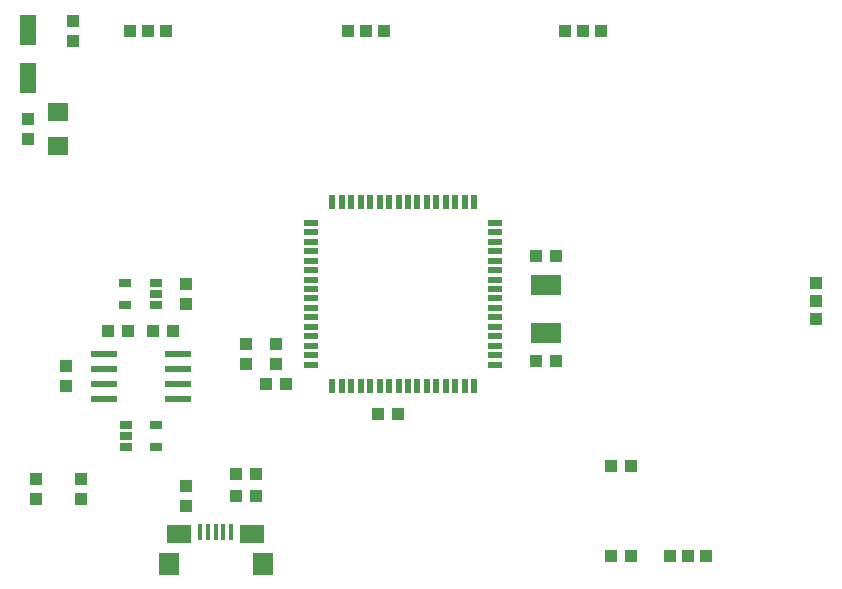
<source format=gtp>
From 3f74740bec4e1e3a9e168d84ae314b1e76705b4f Mon Sep 17 00:00:00 2001
From: Nicolas Schodet
Date: Thu, 7 Apr 2011 02:48:09 +0200
Subject: digital: batchpcb order

---
 .../pcb/orders/batchpcb_2011-04-06/io-hub.GTP      | 186 +++++++++++++++++++++
 1 file changed, 186 insertions(+)
 create mode 100644 digital/io-hub/pcb/orders/batchpcb_2011-04-06/io-hub.GTP

(limited to 'digital/io-hub/pcb/orders/batchpcb_2011-04-06/io-hub.GTP')

diff --git a/digital/io-hub/pcb/orders/batchpcb_2011-04-06/io-hub.GTP b/digital/io-hub/pcb/orders/batchpcb_2011-04-06/io-hub.GTP
new file mode 100644
index 00000000..f055a6f2
--- /dev/null
+++ b/digital/io-hub/pcb/orders/batchpcb_2011-04-06/io-hub.GTP
@@ -0,0 +1,186 @@
+G75*
+G70*
+%OFA0B0*%
+%FSLAX24Y24*%
+%IPPOS*%
+%LPD*%
+%AMOC8*
+5,1,8,0,0,1.08239X$1,22.5*
+%
+%ADD10R,0.0551X0.1024*%
+%ADD11R,0.0394X0.0433*%
+%ADD12R,0.0710X0.0630*%
+%ADD13R,0.0433X0.0394*%
+%ADD14R,0.1000X0.0700*%
+%ADD15R,0.0470X0.0220*%
+%ADD16R,0.0220X0.0470*%
+%ADD17R,0.0866X0.0197*%
+%ADD18R,0.0390X0.0272*%
+%ADD19R,0.0400X0.0400*%
+%ADD20R,0.0138X0.0551*%
+%ADD21R,0.0709X0.0748*%
+%ADD22R,0.0827X0.0630*%
+D10*
+X006802Y017751D03*
+X006802Y019365D03*
+D11*
+X007052Y003724D03*
+X007052Y004393D03*
+X008552Y004393D03*
+X008552Y003724D03*
+X012052Y003474D03*
+X012052Y004143D03*
+X013717Y003808D03*
+X014387Y003808D03*
+X014387Y004558D03*
+X013717Y004558D03*
+X014717Y007558D03*
+X015387Y007558D03*
+X015052Y008224D03*
+X015052Y008893D03*
+X014052Y008893D03*
+X014052Y008224D03*
+X008052Y008143D03*
+X008052Y007474D03*
+X026217Y004808D03*
+X026887Y004808D03*
+X026887Y001808D03*
+X026217Y001808D03*
+X008302Y018974D03*
+X008302Y019643D03*
+D12*
+X007802Y016618D03*
+X007802Y015498D03*
+D13*
+X006802Y015724D03*
+X006802Y016393D03*
+X012052Y010893D03*
+X012052Y010224D03*
+X011637Y009308D03*
+X010967Y009308D03*
+X010137Y009308D03*
+X009467Y009308D03*
+X018467Y006558D03*
+X019137Y006558D03*
+X023717Y008308D03*
+X024387Y008308D03*
+X024387Y011808D03*
+X023717Y011808D03*
+D14*
+X024052Y010858D03*
+X024052Y009258D03*
+D15*
+X022373Y009141D03*
+X022373Y008826D03*
+X022373Y008511D03*
+X022373Y008196D03*
+X022373Y009456D03*
+X022373Y009771D03*
+X022373Y010086D03*
+X022373Y010401D03*
+X022373Y010716D03*
+X022373Y011031D03*
+X022373Y011346D03*
+X022373Y011661D03*
+X022373Y011976D03*
+X022373Y012291D03*
+X022373Y012606D03*
+X022373Y012920D03*
+X016231Y012920D03*
+X016231Y012606D03*
+X016231Y012291D03*
+X016231Y011976D03*
+X016231Y011661D03*
+X016231Y011346D03*
+X016231Y011031D03*
+X016231Y010716D03*
+X016231Y010401D03*
+X016231Y010086D03*
+X016231Y009771D03*
+X016231Y009456D03*
+X016231Y009141D03*
+X016231Y008826D03*
+X016231Y008511D03*
+X016231Y008196D03*
+D16*
+X016940Y007487D03*
+X017255Y007487D03*
+X017570Y007487D03*
+X017885Y007487D03*
+X018200Y007487D03*
+X018514Y007487D03*
+X018829Y007487D03*
+X019144Y007487D03*
+X019459Y007487D03*
+X019774Y007487D03*
+X020089Y007487D03*
+X020404Y007487D03*
+X020719Y007487D03*
+X021034Y007487D03*
+X021349Y007487D03*
+X021664Y007487D03*
+X021664Y013629D03*
+X021349Y013629D03*
+X021034Y013629D03*
+X020719Y013629D03*
+X020404Y013629D03*
+X020089Y013629D03*
+X019774Y013629D03*
+X019459Y013629D03*
+X019144Y013629D03*
+X018829Y013629D03*
+X018514Y013629D03*
+X018200Y013629D03*
+X017885Y013629D03*
+X017570Y013629D03*
+X017255Y013629D03*
+X016940Y013629D03*
+D17*
+X011794Y008554D03*
+X011794Y008054D03*
+X011794Y007554D03*
+X011794Y007058D03*
+X009310Y007058D03*
+X009310Y007558D03*
+X009310Y008058D03*
+X009310Y008558D03*
+D18*
+X010040Y010184D03*
+X011060Y010184D03*
+X011060Y010558D03*
+X011060Y010932D03*
+X010040Y010932D03*
+X010044Y006182D03*
+X010044Y005808D03*
+X010044Y005434D03*
+X011064Y005434D03*
+X011064Y006182D03*
+D19*
+X028202Y001808D03*
+X028802Y001808D03*
+X029402Y001808D03*
+X033052Y009708D03*
+X033052Y010308D03*
+X033052Y010908D03*
+X025902Y019308D03*
+X025302Y019308D03*
+X024702Y019308D03*
+X018652Y019308D03*
+X018052Y019308D03*
+X017452Y019308D03*
+X011402Y019308D03*
+X010802Y019308D03*
+X010202Y019308D03*
+D20*
+X012540Y002602D03*
+X012796Y002602D03*
+X013052Y002602D03*
+X013308Y002602D03*
+X013564Y002602D03*
+D21*
+X014627Y001558D03*
+X011477Y001558D03*
+D22*
+X011831Y002562D03*
+X014272Y002562D03*
+M02*
-- 
cgit v1.2.3


</source>
